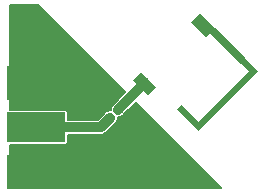
<source format=gtl>
G04 #@! TF.GenerationSoftware,KiCad,Pcbnew,5.0.2-bee76a0~70~ubuntu16.04.1*
G04 #@! TF.CreationDate,2019-02-25T14:33:45-05:00*
G04 #@! TF.ProjectId,ant1,616e7431-2e6b-4696-9361-645f70636258,rev?*
G04 #@! TF.SameCoordinates,Original*
G04 #@! TF.FileFunction,Copper,L1,Top*
G04 #@! TF.FilePolarity,Positive*
%FSLAX46Y46*%
G04 Gerber Fmt 4.6, Leading zero omitted, Abs format (unit mm)*
G04 Created by KiCad (PCBNEW 5.0.2-bee76a0~70~ubuntu16.04.1) date Mon 25 Feb 2019 02:33:45 PM EST*
%MOMM*%
%LPD*%
G01*
G04 APERTURE LIST*
G04 #@! TA.AperFunction,EtchedComponent*
%ADD10C,0.000010*%
G04 #@! TD*
G04 #@! TA.AperFunction,SMDPad,CuDef*
%ADD11R,5.000000X3.000000*%
G04 #@! TD*
G04 #@! TA.AperFunction,SMDPad,CuDef*
%ADD12R,5.000000X2.500000*%
G04 #@! TD*
G04 #@! TA.AperFunction,SMDPad,CuDef*
%ADD13C,1.000000*%
G04 #@! TD*
G04 #@! TA.AperFunction,Conductor*
%ADD14C,0.100000*%
G04 #@! TD*
G04 #@! TA.AperFunction,SMDPad,CuDef*
%ADD15C,0.590000*%
G04 #@! TD*
G04 #@! TA.AperFunction,ViaPad*
%ADD16C,0.685800*%
G04 #@! TD*
G04 #@! TA.AperFunction,Conductor*
%ADD17C,0.812800*%
G04 #@! TD*
G04 #@! TA.AperFunction,Conductor*
%ADD18C,0.152400*%
G04 #@! TD*
G04 APERTURE END LIST*
D10*
G04 #@! TO.C,AE1*
G36*
X177780918Y-67122560D02*
X178134471Y-66769006D01*
X181740716Y-70375251D01*
X181387162Y-70728804D01*
X177780918Y-67122560D01*
G37*
X177780918Y-67122560D02*
X178134471Y-66769006D01*
X181740716Y-70375251D01*
X181387162Y-70728804D01*
X177780918Y-67122560D01*
G36*
X181387162Y-70728804D02*
X181033609Y-70375251D01*
X176366704Y-75042156D01*
X176720257Y-75395709D01*
X181387162Y-70728804D01*
G37*
X181387162Y-70728804D02*
X181033609Y-70375251D01*
X176366704Y-75042156D01*
X176720257Y-75395709D01*
X181387162Y-70728804D01*
G36*
X174952490Y-73627942D02*
X176366704Y-75042156D01*
X176720257Y-74688602D01*
X175306044Y-73274389D01*
X174952490Y-73627942D01*
G37*
X174952490Y-73627942D02*
X176366704Y-75042156D01*
X176720257Y-74688602D01*
X175306044Y-73274389D01*
X174952490Y-73627942D01*
G04 #@! TD*
D11*
G04 #@! TO.P,J1,1*
G04 #@! TO.N,GND*
X163000000Y-71400000D03*
G04 #@! TO.P,J1,2*
X163000000Y-78900000D03*
D12*
G04 #@! TO.P,J1,5*
G04 #@! TO.N,Net-(J1-Pad1)*
X163000000Y-75150000D03*
G04 #@! TD*
D13*
G04 #@! TO.P,AE1,1*
G04 #@! TO.N,Net-(AE1-Pad1)*
X172194774Y-71435911D03*
D14*
G04 #@! TD*
G04 #@! TO.N,Net-(AE1-Pad1)*
G04 #@! TO.C,AE1*
G36*
X172477617Y-72425860D02*
X171204825Y-71153068D01*
X171911931Y-70445962D01*
X173184723Y-71718754D01*
X172477617Y-72425860D01*
X172477617Y-72425860D01*
G37*
D13*
G04 #@! TO.P,AE1,2*
G04 #@! TO.N,N/C*
X177144521Y-66486164D03*
D14*
G04 #@! TD*
G04 #@! TO.N,N/C*
G04 #@! TO.C,AE1*
G36*
X177427364Y-67476113D02*
X176154572Y-66203321D01*
X176861678Y-65496215D01*
X178134470Y-66769007D01*
X177427364Y-67476113D01*
X177427364Y-67476113D01*
G37*
G04 #@! TO.N,Net-(J1-Pad1)*
G04 #@! TO.C,R1*
G36*
X168560561Y-74750409D02*
X168574879Y-74752533D01*
X168588920Y-74756050D01*
X168602549Y-74760927D01*
X168615634Y-74767116D01*
X168628050Y-74774557D01*
X168639676Y-74783180D01*
X168650401Y-74792901D01*
X168858997Y-75001497D01*
X168868718Y-75012222D01*
X168877341Y-75023848D01*
X168884782Y-75036264D01*
X168890971Y-75049349D01*
X168895848Y-75062978D01*
X168899365Y-75077019D01*
X168901489Y-75091337D01*
X168902199Y-75105795D01*
X168901489Y-75120253D01*
X168899365Y-75134571D01*
X168895848Y-75148612D01*
X168890971Y-75162241D01*
X168884782Y-75175326D01*
X168877341Y-75187742D01*
X168868718Y-75199368D01*
X168858997Y-75210093D01*
X168615045Y-75454045D01*
X168604320Y-75463766D01*
X168592694Y-75472389D01*
X168580278Y-75479830D01*
X168567193Y-75486019D01*
X168553564Y-75490896D01*
X168539523Y-75494413D01*
X168525205Y-75496537D01*
X168510747Y-75497247D01*
X168496289Y-75496537D01*
X168481971Y-75494413D01*
X168467930Y-75490896D01*
X168454301Y-75486019D01*
X168441216Y-75479830D01*
X168428800Y-75472389D01*
X168417174Y-75463766D01*
X168406449Y-75454045D01*
X168197853Y-75245449D01*
X168188132Y-75234724D01*
X168179509Y-75223098D01*
X168172068Y-75210682D01*
X168165879Y-75197597D01*
X168161002Y-75183968D01*
X168157485Y-75169927D01*
X168155361Y-75155609D01*
X168154651Y-75141151D01*
X168155361Y-75126693D01*
X168157485Y-75112375D01*
X168161002Y-75098334D01*
X168165879Y-75084705D01*
X168172068Y-75071620D01*
X168179509Y-75059204D01*
X168188132Y-75047578D01*
X168197853Y-75036853D01*
X168441805Y-74792901D01*
X168452530Y-74783180D01*
X168464156Y-74774557D01*
X168476572Y-74767116D01*
X168489657Y-74760927D01*
X168503286Y-74756050D01*
X168517327Y-74752533D01*
X168531645Y-74750409D01*
X168546103Y-74749699D01*
X168560561Y-74750409D01*
X168560561Y-74750409D01*
G37*
D15*
G04 #@! TD*
G04 #@! TO.P,R1,1*
G04 #@! TO.N,Net-(J1-Pad1)*
X168528425Y-75123473D03*
D14*
G04 #@! TO.N,GND*
G04 #@! TO.C,R1*
G36*
X169246455Y-75436303D02*
X169260773Y-75438427D01*
X169274814Y-75441944D01*
X169288443Y-75446821D01*
X169301528Y-75453010D01*
X169313944Y-75460451D01*
X169325570Y-75469074D01*
X169336295Y-75478795D01*
X169544891Y-75687391D01*
X169554612Y-75698116D01*
X169563235Y-75709742D01*
X169570676Y-75722158D01*
X169576865Y-75735243D01*
X169581742Y-75748872D01*
X169585259Y-75762913D01*
X169587383Y-75777231D01*
X169588093Y-75791689D01*
X169587383Y-75806147D01*
X169585259Y-75820465D01*
X169581742Y-75834506D01*
X169576865Y-75848135D01*
X169570676Y-75861220D01*
X169563235Y-75873636D01*
X169554612Y-75885262D01*
X169544891Y-75895987D01*
X169300939Y-76139939D01*
X169290214Y-76149660D01*
X169278588Y-76158283D01*
X169266172Y-76165724D01*
X169253087Y-76171913D01*
X169239458Y-76176790D01*
X169225417Y-76180307D01*
X169211099Y-76182431D01*
X169196641Y-76183141D01*
X169182183Y-76182431D01*
X169167865Y-76180307D01*
X169153824Y-76176790D01*
X169140195Y-76171913D01*
X169127110Y-76165724D01*
X169114694Y-76158283D01*
X169103068Y-76149660D01*
X169092343Y-76139939D01*
X168883747Y-75931343D01*
X168874026Y-75920618D01*
X168865403Y-75908992D01*
X168857962Y-75896576D01*
X168851773Y-75883491D01*
X168846896Y-75869862D01*
X168843379Y-75855821D01*
X168841255Y-75841503D01*
X168840545Y-75827045D01*
X168841255Y-75812587D01*
X168843379Y-75798269D01*
X168846896Y-75784228D01*
X168851773Y-75770599D01*
X168857962Y-75757514D01*
X168865403Y-75745098D01*
X168874026Y-75733472D01*
X168883747Y-75722747D01*
X169127699Y-75478795D01*
X169138424Y-75469074D01*
X169150050Y-75460451D01*
X169162466Y-75453010D01*
X169175551Y-75446821D01*
X169189180Y-75441944D01*
X169203221Y-75438427D01*
X169217539Y-75436303D01*
X169231997Y-75435593D01*
X169246455Y-75436303D01*
X169246455Y-75436303D01*
G37*
D15*
G04 #@! TD*
G04 #@! TO.P,R1,2*
G04 #@! TO.N,GND*
X169214319Y-75809367D03*
D14*
G04 #@! TO.N,Net-(AE1-Pad1)*
G04 #@! TO.C,R2*
G36*
X169988917Y-73265485D02*
X170003235Y-73267609D01*
X170017276Y-73271126D01*
X170030905Y-73276003D01*
X170043990Y-73282192D01*
X170056406Y-73289633D01*
X170068032Y-73298256D01*
X170078757Y-73307977D01*
X170322709Y-73551929D01*
X170332430Y-73562654D01*
X170341053Y-73574280D01*
X170348494Y-73586696D01*
X170354683Y-73599781D01*
X170359560Y-73613410D01*
X170363077Y-73627451D01*
X170365201Y-73641769D01*
X170365911Y-73656227D01*
X170365201Y-73670685D01*
X170363077Y-73685003D01*
X170359560Y-73699044D01*
X170354683Y-73712673D01*
X170348494Y-73725758D01*
X170341053Y-73738174D01*
X170332430Y-73749800D01*
X170322709Y-73760525D01*
X170114113Y-73969121D01*
X170103388Y-73978842D01*
X170091762Y-73987465D01*
X170079346Y-73994906D01*
X170066261Y-74001095D01*
X170052632Y-74005972D01*
X170038591Y-74009489D01*
X170024273Y-74011613D01*
X170009815Y-74012323D01*
X169995357Y-74011613D01*
X169981039Y-74009489D01*
X169966998Y-74005972D01*
X169953369Y-74001095D01*
X169940284Y-73994906D01*
X169927868Y-73987465D01*
X169916242Y-73978842D01*
X169905517Y-73969121D01*
X169661565Y-73725169D01*
X169651844Y-73714444D01*
X169643221Y-73702818D01*
X169635780Y-73690402D01*
X169629591Y-73677317D01*
X169624714Y-73663688D01*
X169621197Y-73649647D01*
X169619073Y-73635329D01*
X169618363Y-73620871D01*
X169619073Y-73606413D01*
X169621197Y-73592095D01*
X169624714Y-73578054D01*
X169629591Y-73564425D01*
X169635780Y-73551340D01*
X169643221Y-73538924D01*
X169651844Y-73527298D01*
X169661565Y-73516573D01*
X169870161Y-73307977D01*
X169880886Y-73298256D01*
X169892512Y-73289633D01*
X169904928Y-73282192D01*
X169918013Y-73276003D01*
X169931642Y-73271126D01*
X169945683Y-73267609D01*
X169960001Y-73265485D01*
X169974459Y-73264775D01*
X169988917Y-73265485D01*
X169988917Y-73265485D01*
G37*
D15*
G04 #@! TD*
G04 #@! TO.P,R2,1*
G04 #@! TO.N,Net-(AE1-Pad1)*
X169992137Y-73638549D03*
D14*
G04 #@! TO.N,Net-(J1-Pad1)*
G04 #@! TO.C,R2*
G36*
X169303023Y-73951379D02*
X169317341Y-73953503D01*
X169331382Y-73957020D01*
X169345011Y-73961897D01*
X169358096Y-73968086D01*
X169370512Y-73975527D01*
X169382138Y-73984150D01*
X169392863Y-73993871D01*
X169636815Y-74237823D01*
X169646536Y-74248548D01*
X169655159Y-74260174D01*
X169662600Y-74272590D01*
X169668789Y-74285675D01*
X169673666Y-74299304D01*
X169677183Y-74313345D01*
X169679307Y-74327663D01*
X169680017Y-74342121D01*
X169679307Y-74356579D01*
X169677183Y-74370897D01*
X169673666Y-74384938D01*
X169668789Y-74398567D01*
X169662600Y-74411652D01*
X169655159Y-74424068D01*
X169646536Y-74435694D01*
X169636815Y-74446419D01*
X169428219Y-74655015D01*
X169417494Y-74664736D01*
X169405868Y-74673359D01*
X169393452Y-74680800D01*
X169380367Y-74686989D01*
X169366738Y-74691866D01*
X169352697Y-74695383D01*
X169338379Y-74697507D01*
X169323921Y-74698217D01*
X169309463Y-74697507D01*
X169295145Y-74695383D01*
X169281104Y-74691866D01*
X169267475Y-74686989D01*
X169254390Y-74680800D01*
X169241974Y-74673359D01*
X169230348Y-74664736D01*
X169219623Y-74655015D01*
X168975671Y-74411063D01*
X168965950Y-74400338D01*
X168957327Y-74388712D01*
X168949886Y-74376296D01*
X168943697Y-74363211D01*
X168938820Y-74349582D01*
X168935303Y-74335541D01*
X168933179Y-74321223D01*
X168932469Y-74306765D01*
X168933179Y-74292307D01*
X168935303Y-74277989D01*
X168938820Y-74263948D01*
X168943697Y-74250319D01*
X168949886Y-74237234D01*
X168957327Y-74224818D01*
X168965950Y-74213192D01*
X168975671Y-74202467D01*
X169184267Y-73993871D01*
X169194992Y-73984150D01*
X169206618Y-73975527D01*
X169219034Y-73968086D01*
X169232119Y-73961897D01*
X169245748Y-73957020D01*
X169259789Y-73953503D01*
X169274107Y-73951379D01*
X169288565Y-73950669D01*
X169303023Y-73951379D01*
X169303023Y-73951379D01*
G37*
D15*
G04 #@! TD*
G04 #@! TO.P,R2,2*
G04 #@! TO.N,Net-(J1-Pad1)*
X169306243Y-74324443D03*
D14*
G04 #@! TO.N,GND*
G04 #@! TO.C,R3*
G36*
X171509197Y-73173561D02*
X171523515Y-73175685D01*
X171537556Y-73179202D01*
X171551185Y-73184079D01*
X171564270Y-73190268D01*
X171576686Y-73197709D01*
X171588312Y-73206332D01*
X171599037Y-73216053D01*
X171807633Y-73424649D01*
X171817354Y-73435374D01*
X171825977Y-73447000D01*
X171833418Y-73459416D01*
X171839607Y-73472501D01*
X171844484Y-73486130D01*
X171848001Y-73500171D01*
X171850125Y-73514489D01*
X171850835Y-73528947D01*
X171850125Y-73543405D01*
X171848001Y-73557723D01*
X171844484Y-73571764D01*
X171839607Y-73585393D01*
X171833418Y-73598478D01*
X171825977Y-73610894D01*
X171817354Y-73622520D01*
X171807633Y-73633245D01*
X171563681Y-73877197D01*
X171552956Y-73886918D01*
X171541330Y-73895541D01*
X171528914Y-73902982D01*
X171515829Y-73909171D01*
X171502200Y-73914048D01*
X171488159Y-73917565D01*
X171473841Y-73919689D01*
X171459383Y-73920399D01*
X171444925Y-73919689D01*
X171430607Y-73917565D01*
X171416566Y-73914048D01*
X171402937Y-73909171D01*
X171389852Y-73902982D01*
X171377436Y-73895541D01*
X171365810Y-73886918D01*
X171355085Y-73877197D01*
X171146489Y-73668601D01*
X171136768Y-73657876D01*
X171128145Y-73646250D01*
X171120704Y-73633834D01*
X171114515Y-73620749D01*
X171109638Y-73607120D01*
X171106121Y-73593079D01*
X171103997Y-73578761D01*
X171103287Y-73564303D01*
X171103997Y-73549845D01*
X171106121Y-73535527D01*
X171109638Y-73521486D01*
X171114515Y-73507857D01*
X171120704Y-73494772D01*
X171128145Y-73482356D01*
X171136768Y-73470730D01*
X171146489Y-73460005D01*
X171390441Y-73216053D01*
X171401166Y-73206332D01*
X171412792Y-73197709D01*
X171425208Y-73190268D01*
X171438293Y-73184079D01*
X171451922Y-73179202D01*
X171465963Y-73175685D01*
X171480281Y-73173561D01*
X171494739Y-73172851D01*
X171509197Y-73173561D01*
X171509197Y-73173561D01*
G37*
D15*
G04 #@! TD*
G04 #@! TO.P,R3,2*
G04 #@! TO.N,GND*
X171477061Y-73546625D03*
D14*
G04 #@! TO.N,Net-(AE1-Pad1)*
G04 #@! TO.C,R3*
G36*
X170823303Y-72487667D02*
X170837621Y-72489791D01*
X170851662Y-72493308D01*
X170865291Y-72498185D01*
X170878376Y-72504374D01*
X170890792Y-72511815D01*
X170902418Y-72520438D01*
X170913143Y-72530159D01*
X171121739Y-72738755D01*
X171131460Y-72749480D01*
X171140083Y-72761106D01*
X171147524Y-72773522D01*
X171153713Y-72786607D01*
X171158590Y-72800236D01*
X171162107Y-72814277D01*
X171164231Y-72828595D01*
X171164941Y-72843053D01*
X171164231Y-72857511D01*
X171162107Y-72871829D01*
X171158590Y-72885870D01*
X171153713Y-72899499D01*
X171147524Y-72912584D01*
X171140083Y-72925000D01*
X171131460Y-72936626D01*
X171121739Y-72947351D01*
X170877787Y-73191303D01*
X170867062Y-73201024D01*
X170855436Y-73209647D01*
X170843020Y-73217088D01*
X170829935Y-73223277D01*
X170816306Y-73228154D01*
X170802265Y-73231671D01*
X170787947Y-73233795D01*
X170773489Y-73234505D01*
X170759031Y-73233795D01*
X170744713Y-73231671D01*
X170730672Y-73228154D01*
X170717043Y-73223277D01*
X170703958Y-73217088D01*
X170691542Y-73209647D01*
X170679916Y-73201024D01*
X170669191Y-73191303D01*
X170460595Y-72982707D01*
X170450874Y-72971982D01*
X170442251Y-72960356D01*
X170434810Y-72947940D01*
X170428621Y-72934855D01*
X170423744Y-72921226D01*
X170420227Y-72907185D01*
X170418103Y-72892867D01*
X170417393Y-72878409D01*
X170418103Y-72863951D01*
X170420227Y-72849633D01*
X170423744Y-72835592D01*
X170428621Y-72821963D01*
X170434810Y-72808878D01*
X170442251Y-72796462D01*
X170450874Y-72784836D01*
X170460595Y-72774111D01*
X170704547Y-72530159D01*
X170715272Y-72520438D01*
X170726898Y-72511815D01*
X170739314Y-72504374D01*
X170752399Y-72498185D01*
X170766028Y-72493308D01*
X170780069Y-72489791D01*
X170794387Y-72487667D01*
X170808845Y-72486957D01*
X170823303Y-72487667D01*
X170823303Y-72487667D01*
G37*
D15*
G04 #@! TD*
G04 #@! TO.P,R3,1*
G04 #@! TO.N,Net-(AE1-Pad1)*
X170791167Y-72860731D03*
D16*
G04 #@! TO.N,GND*
X164211000Y-78740000D03*
X162560000Y-78740000D03*
X164592000Y-72136000D03*
X162941000Y-72136000D03*
X164592000Y-70866000D03*
X162941000Y-70866000D03*
X161417000Y-72517000D03*
X161417000Y-71628000D03*
X161417000Y-70739000D03*
X169418000Y-75819000D03*
X161163000Y-77851000D03*
X161163000Y-78867000D03*
X161163000Y-79883000D03*
X162179000Y-79883000D03*
X163195000Y-79883000D03*
X164211000Y-79883000D03*
X165227000Y-79883000D03*
X171450000Y-73660000D03*
X172085000Y-74295000D03*
X172720000Y-74930000D03*
X173355000Y-75565000D03*
X174117000Y-76327000D03*
X174879000Y-77089000D03*
X175641000Y-77851000D03*
X176403000Y-78613000D03*
X177165000Y-79375000D03*
X176403000Y-79883000D03*
X175387000Y-79883000D03*
X174371000Y-79883000D03*
X173355000Y-79883000D03*
X172339000Y-79883000D03*
X171323000Y-79883000D03*
X170307000Y-79883000D03*
X169291000Y-79883000D03*
X168275000Y-79883000D03*
X167259000Y-79883000D03*
X166243000Y-79883000D03*
X161417000Y-65405000D03*
X162433000Y-65405000D03*
X163322000Y-65659000D03*
X164084000Y-66294000D03*
X164719000Y-67056000D03*
X165481000Y-67818000D03*
X166243000Y-68580000D03*
X167005000Y-69342000D03*
X167767000Y-70104000D03*
X168529000Y-70866000D03*
X169291000Y-71628000D03*
X169672000Y-72390000D03*
X169037000Y-73152000D03*
X168275000Y-73787000D03*
X167386000Y-74041000D03*
X166497000Y-74041000D03*
X170815000Y-74422000D03*
X170180000Y-75184000D03*
X168529000Y-76200000D03*
X167513000Y-76200000D03*
X166497000Y-76200000D03*
X161671000Y-77089000D03*
X162560000Y-77089000D03*
X163449000Y-77089000D03*
X164338000Y-77089000D03*
X165354000Y-77089000D03*
X166370000Y-77089000D03*
X161417000Y-66294000D03*
X161417000Y-67183000D03*
X161417000Y-68072000D03*
X161417000Y-68961000D03*
X161417000Y-69850000D03*
X161925000Y-73279000D03*
X162814000Y-73279000D03*
X163703000Y-73279000D03*
X164592000Y-73279000D03*
X165481000Y-73279000D03*
X166370000Y-73152000D03*
X162941000Y-67564000D03*
X162941000Y-69215000D03*
X164465000Y-69215000D03*
X166243000Y-70866000D03*
X166243000Y-72136000D03*
X167767000Y-72136000D03*
X165989000Y-78740000D03*
X167894000Y-77851000D03*
X169545000Y-77597000D03*
X171323000Y-76327000D03*
X172847000Y-77470000D03*
X174244000Y-78740000D03*
X171323000Y-78486000D03*
G04 #@! TD*
D17*
G04 #@! TO.N,Net-(AE1-Pad1)*
X169992136Y-73638549D02*
X172194774Y-71435911D01*
G04 #@! TO.N,Net-(J1-Pad1)*
X169306243Y-74345656D02*
X169306243Y-74324443D01*
X168528425Y-75123473D02*
X169306243Y-74345656D01*
X163026527Y-75123473D02*
X163000000Y-75150000D01*
X168528425Y-75123473D02*
X163026527Y-75123473D01*
G04 #@! TD*
D18*
G04 #@! TO.N,GND*
G36*
X178688636Y-80296400D02*
X160803600Y-80296400D01*
X160803600Y-76633078D01*
X165500000Y-76633078D01*
X165589195Y-76615336D01*
X165664811Y-76564811D01*
X165715336Y-76489195D01*
X165733078Y-76400000D01*
X165733078Y-75758473D01*
X168465888Y-75758473D01*
X168528425Y-75770912D01*
X168590962Y-75758473D01*
X168590966Y-75758473D01*
X168776190Y-75721630D01*
X168986234Y-75581282D01*
X169021661Y-75528262D01*
X169711032Y-74838892D01*
X169764052Y-74803465D01*
X169904400Y-74593421D01*
X169941243Y-74408197D01*
X169941243Y-74408192D01*
X169953682Y-74345657D01*
X169941243Y-74283120D01*
X169941243Y-74275865D01*
X169992136Y-74285988D01*
X170239900Y-74236706D01*
X170396925Y-74131784D01*
X171460473Y-73068237D01*
X178688636Y-80296400D01*
X178688636Y-80296400D01*
G37*
X178688636Y-80296400D02*
X160803600Y-80296400D01*
X160803600Y-76633078D01*
X165500000Y-76633078D01*
X165589195Y-76615336D01*
X165664811Y-76564811D01*
X165715336Y-76489195D01*
X165733078Y-76400000D01*
X165733078Y-75758473D01*
X168465888Y-75758473D01*
X168528425Y-75770912D01*
X168590962Y-75758473D01*
X168590966Y-75758473D01*
X168776190Y-75721630D01*
X168986234Y-75581282D01*
X169021661Y-75528262D01*
X169711032Y-74838892D01*
X169764052Y-74803465D01*
X169904400Y-74593421D01*
X169941243Y-74408197D01*
X169941243Y-74408192D01*
X169953682Y-74345657D01*
X169941243Y-74283120D01*
X169941243Y-74275865D01*
X169992136Y-74285988D01*
X170239900Y-74236706D01*
X170396925Y-74131784D01*
X171460473Y-73068237D01*
X178688636Y-80296400D01*
G36*
X170562448Y-72170212D02*
X169498901Y-73233760D01*
X169393979Y-73390785D01*
X169344697Y-73638549D01*
X169354245Y-73686551D01*
X169306243Y-73677003D01*
X169058479Y-73726286D01*
X168848435Y-73866634D01*
X168770293Y-73983580D01*
X168265401Y-74488473D01*
X165733078Y-74488473D01*
X165733078Y-73900000D01*
X165715336Y-73810805D01*
X165664811Y-73735189D01*
X165589195Y-73684664D01*
X165500000Y-73666922D01*
X160803600Y-73666922D01*
X160803600Y-64803600D01*
X163195836Y-64803600D01*
X170562448Y-72170212D01*
X170562448Y-72170212D01*
G37*
X170562448Y-72170212D02*
X169498901Y-73233760D01*
X169393979Y-73390785D01*
X169344697Y-73638549D01*
X169354245Y-73686551D01*
X169306243Y-73677003D01*
X169058479Y-73726286D01*
X168848435Y-73866634D01*
X168770293Y-73983580D01*
X168265401Y-74488473D01*
X165733078Y-74488473D01*
X165733078Y-73900000D01*
X165715336Y-73810805D01*
X165664811Y-73735189D01*
X165589195Y-73684664D01*
X165500000Y-73666922D01*
X160803600Y-73666922D01*
X160803600Y-64803600D01*
X163195836Y-64803600D01*
X170562448Y-72170212D01*
G04 #@! TD*
M02*

</source>
